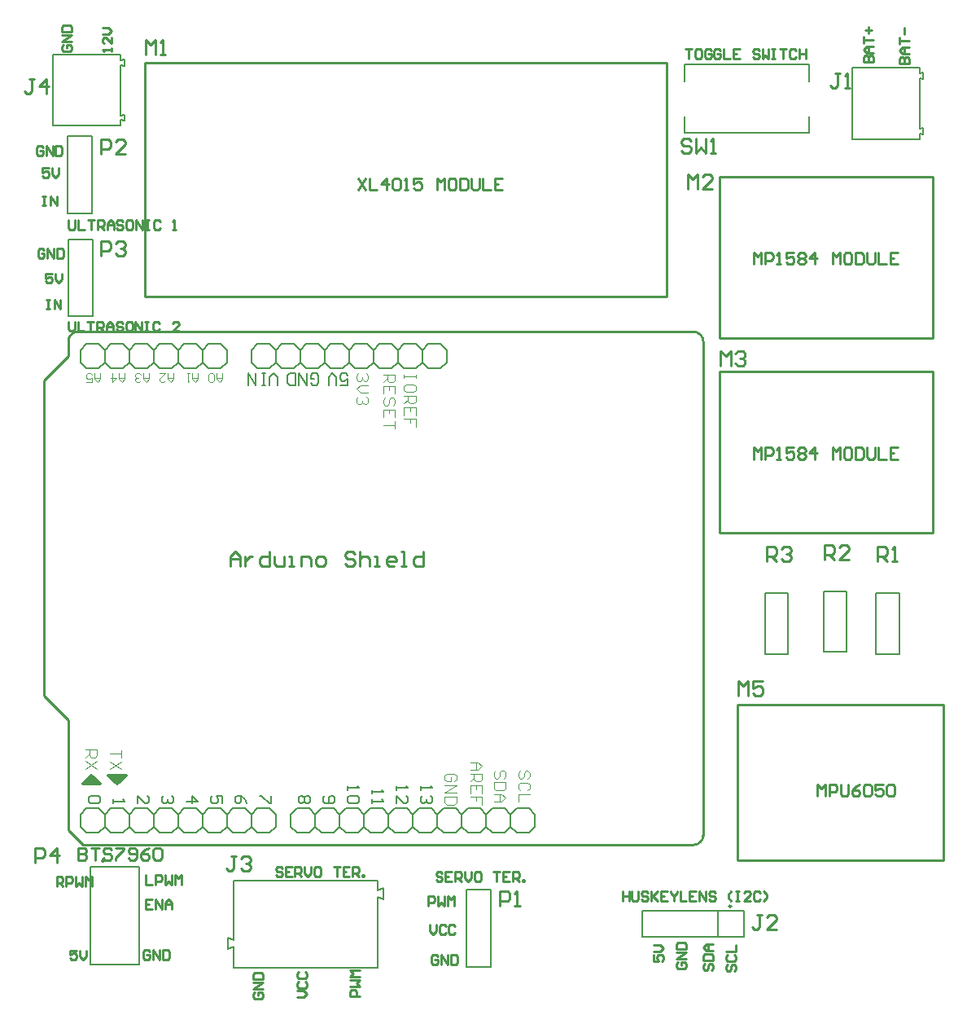
<source format=gto>
G04*
G04 #@! TF.GenerationSoftware,Altium Limited,Altium Designer,23.0.1 (38)*
G04*
G04 Layer_Color=65535*
%FSLAX42Y42*%
%MOMM*%
G71*
G04*
G04 #@! TF.SameCoordinates,5E3E34A1-7FEC-4214-86D8-9FB3ECCAC709*
G04*
G04*
G04 #@! TF.FilePolarity,Positive*
G04*
G01*
G75*
%ADD10C,0.25*%
%ADD11C,0.25*%
%ADD12C,0.20*%
%ADD13C,0.15*%
%ADD14C,0.30*%
%ADD15C,0.15*%
%ADD16C,0.10*%
%ADD17C,0.12*%
D10*
X9831Y6138D02*
G03*
X9831Y6138I-12J0D01*
G01*
X3308Y6611D02*
G03*
X3308Y6611I-12J0D01*
G01*
D11*
X3036Y12109D02*
G03*
X2937Y12007I1J-100D01*
G01*
X9541D02*
G03*
X9439Y12109I-102J0D01*
G01*
Y6775D02*
G03*
X9541Y6874I1J100D01*
G01*
X9707Y10020D02*
X11930D01*
X9707Y11695D02*
X11930D01*
Y10020D02*
Y11695D01*
X9707Y10020D02*
Y11695D01*
Y12045D02*
X11930D01*
X9707Y13720D02*
X11930D01*
Y12045D02*
Y13720D01*
X9707Y12045D02*
Y13720D01*
X3729Y14902D02*
X9164D01*
X3729Y12476D02*
X9164D01*
X3729D02*
Y14902D01*
X9164Y12476D02*
Y14902D01*
X3089Y6775D02*
X9439D01*
X2937Y6927D02*
X3089Y6775D01*
X2937Y6927D02*
Y8070D01*
X2683Y8324D02*
Y11601D01*
X2937Y11855D01*
Y12007D01*
X3036Y12109D02*
X9439D01*
X9541Y6874D02*
Y12007D01*
X2683Y8324D02*
X2937Y8070D01*
X9897Y8235D02*
X12035D01*
X9897Y6615D02*
X12035D01*
Y8235D01*
X9897Y6615D02*
Y8235D01*
X2705Y12445D02*
X2739D01*
X2722D01*
Y12345D01*
X2705D01*
X2739D01*
X2789D02*
Y12445D01*
X2855Y12345D01*
Y12445D01*
X2670Y13520D02*
X2704D01*
X2687D01*
Y13420D01*
X2670D01*
X2704D01*
X2754D02*
Y13520D01*
X2820Y13420D01*
Y13520D01*
X3812Y6210D02*
X3745D01*
Y6110D01*
X3812D01*
X3745Y6160D02*
X3779D01*
X3845Y6110D02*
Y6210D01*
X3912Y6110D01*
Y6210D01*
X3945Y6110D02*
Y6177D01*
X3979Y6210D01*
X4012Y6177D01*
Y6110D01*
Y6160D01*
X3945D01*
X3745Y6465D02*
Y6365D01*
X3812D01*
X3845D02*
Y6465D01*
X3895D01*
X3912Y6449D01*
Y6415D01*
X3895Y6399D01*
X3845D01*
X3945Y6465D02*
Y6365D01*
X3979Y6399D01*
X4012Y6365D01*
Y6465D01*
X4045Y6365D02*
Y6465D01*
X4079Y6432D01*
X4112Y6465D01*
Y6365D01*
X2815Y6345D02*
Y6445D01*
X2865D01*
X2882Y6429D01*
Y6395D01*
X2865Y6379D01*
X2815D01*
X2849D02*
X2882Y6345D01*
X2915D02*
Y6445D01*
X2965D01*
X2982Y6429D01*
Y6395D01*
X2965Y6379D01*
X2915D01*
X3015Y6445D02*
Y6345D01*
X3049Y6379D01*
X3082Y6345D01*
Y6445D01*
X3115Y6345D02*
Y6445D01*
X3149Y6412D01*
X3182Y6445D01*
Y6345D01*
X5315Y5190D02*
X5381D01*
X5415Y5224D01*
X5381Y5257D01*
X5315D01*
X5331Y5357D02*
X5315Y5340D01*
Y5307D01*
X5331Y5290D01*
X5398D01*
X5415Y5307D01*
Y5340D01*
X5398Y5357D01*
X5331Y5457D02*
X5315Y5440D01*
Y5407D01*
X5331Y5390D01*
X5398D01*
X5415Y5407D01*
Y5440D01*
X5398Y5457D01*
X5965Y5205D02*
X5865D01*
Y5255D01*
X5881Y5272D01*
X5915D01*
X5931Y5255D01*
Y5205D01*
X5865Y5305D02*
X5965D01*
X5931Y5339D01*
X5965Y5372D01*
X5865D01*
X5965Y5405D02*
X5865D01*
X5898Y5439D01*
X5865Y5472D01*
X5965D01*
X6680Y6140D02*
Y6240D01*
X6730D01*
X6747Y6224D01*
Y6190D01*
X6730Y6174D01*
X6680D01*
X6780Y6240D02*
Y6140D01*
X6814Y6174D01*
X6847Y6140D01*
Y6240D01*
X6880Y6140D02*
Y6240D01*
X6914Y6207D01*
X6947Y6240D01*
Y6140D01*
X6695Y5945D02*
Y5879D01*
X6729Y5845D01*
X6762Y5879D01*
Y5945D01*
X6862Y5929D02*
X6845Y5945D01*
X6812D01*
X6795Y5929D01*
Y5862D01*
X6812Y5845D01*
X6845D01*
X6862Y5862D01*
X6962Y5929D02*
X6945Y5945D01*
X6912D01*
X6895Y5929D01*
Y5862D01*
X6912Y5845D01*
X6945D01*
X6962Y5862D01*
X9796Y5532D02*
X9780Y5515D01*
Y5482D01*
X9796Y5465D01*
X9813D01*
X9830Y5482D01*
Y5515D01*
X9846Y5532D01*
X9863D01*
X9880Y5515D01*
Y5482D01*
X9863Y5465D01*
X9796Y5632D02*
X9780Y5615D01*
Y5582D01*
X9796Y5565D01*
X9863D01*
X9880Y5582D01*
Y5615D01*
X9863Y5632D01*
X9780Y5665D02*
X9880D01*
Y5732D01*
X9561Y5542D02*
X9545Y5525D01*
Y5492D01*
X9561Y5475D01*
X9578D01*
X9595Y5492D01*
Y5525D01*
X9611Y5542D01*
X9628D01*
X9645Y5525D01*
Y5492D01*
X9628Y5475D01*
X9545Y5575D02*
X9645D01*
Y5625D01*
X9628Y5642D01*
X9561D01*
X9545Y5625D01*
Y5575D01*
X9645Y5675D02*
X9578D01*
X9545Y5709D01*
X9578Y5742D01*
X9645D01*
X9595D01*
Y5675D01*
X9025Y5637D02*
Y5570D01*
X9075D01*
X9058Y5604D01*
Y5620D01*
X9075Y5637D01*
X9108D01*
X9125Y5620D01*
Y5587D01*
X9108Y5570D01*
X9025Y5670D02*
X9091D01*
X9125Y5704D01*
X9091Y5737D01*
X9025D01*
X3022Y5680D02*
X2955D01*
Y5630D01*
X2989Y5647D01*
X3005D01*
X3022Y5630D01*
Y5597D01*
X3005Y5580D01*
X2972D01*
X2955Y5597D01*
X3055Y5680D02*
Y5614D01*
X3089Y5580D01*
X3122Y5614D01*
Y5680D01*
X2767Y12715D02*
X2700D01*
Y12665D01*
X2734Y12682D01*
X2750D01*
X2767Y12665D01*
Y12632D01*
X2750Y12615D01*
X2717D01*
X2700Y12632D01*
X2800Y12715D02*
Y12649D01*
X2834Y12615D01*
X2867Y12649D01*
Y12715D01*
X2732Y13810D02*
X2665D01*
Y13760D01*
X2699Y13777D01*
X2715D01*
X2732Y13760D01*
Y13727D01*
X2715Y13710D01*
X2682D01*
X2665Y13727D01*
X2765Y13810D02*
Y13744D01*
X2799Y13710D01*
X2832Y13744D01*
Y13810D01*
X9276Y5557D02*
X9260Y5540D01*
Y5507D01*
X9276Y5490D01*
X9343D01*
X9360Y5507D01*
Y5540D01*
X9343Y5557D01*
X9310D01*
Y5524D01*
X9360Y5590D02*
X9260D01*
X9360Y5657D01*
X9260D01*
Y5690D02*
X9360D01*
Y5740D01*
X9343Y5757D01*
X9276D01*
X9260Y5740D01*
Y5690D01*
X10150Y6051D02*
X10099D01*
X10124D01*
Y5924D01*
X10099Y5899D01*
X10073D01*
X10048Y5924D01*
X10302Y5899D02*
X10200D01*
X10302Y6000D01*
Y6026D01*
X10277Y6051D01*
X10226D01*
X10200Y6026D01*
X6782Y5614D02*
X6765Y5630D01*
X6732D01*
X6715Y5614D01*
Y5547D01*
X6732Y5530D01*
X6765D01*
X6782Y5547D01*
Y5580D01*
X6749D01*
X6815Y5530D02*
Y5630D01*
X6882Y5530D01*
Y5630D01*
X6915D02*
Y5530D01*
X6965D01*
X6982Y5547D01*
Y5614D01*
X6965Y5630D01*
X6915D01*
X4876Y5247D02*
X4860Y5230D01*
Y5197D01*
X4876Y5180D01*
X4943D01*
X4960Y5197D01*
Y5230D01*
X4943Y5247D01*
X4910D01*
Y5214D01*
X4960Y5280D02*
X4860D01*
X4960Y5347D01*
X4860D01*
Y5380D02*
X4960D01*
Y5430D01*
X4943Y5447D01*
X4876D01*
X4860Y5430D01*
Y5380D01*
X3787Y5669D02*
X3770Y5685D01*
X3737D01*
X3720Y5669D01*
Y5602D01*
X3737Y5585D01*
X3770D01*
X3787Y5602D01*
Y5635D01*
X3754D01*
X3820Y5585D02*
Y5685D01*
X3887Y5585D01*
Y5685D01*
X3920D02*
Y5585D01*
X3970D01*
X3987Y5602D01*
Y5669D01*
X3970Y5685D01*
X3920D01*
X2687Y12959D02*
X2670Y12975D01*
X2637D01*
X2620Y12959D01*
Y12892D01*
X2637Y12875D01*
X2670D01*
X2687Y12892D01*
Y12925D01*
X2654D01*
X2720Y12875D02*
Y12975D01*
X2787Y12875D01*
Y12975D01*
X2820D02*
Y12875D01*
X2870D01*
X2887Y12892D01*
Y12959D01*
X2870Y12975D01*
X2820D01*
X2672Y14024D02*
X2655Y14040D01*
X2622D01*
X2605Y14024D01*
Y13957D01*
X2622Y13940D01*
X2655D01*
X2672Y13957D01*
Y13990D01*
X2639D01*
X2705Y13940D02*
Y14040D01*
X2772Y13940D01*
Y14040D01*
X2805D02*
Y13940D01*
X2855D01*
X2872Y13957D01*
Y14024D01*
X2855Y14040D01*
X2805D01*
X2935Y12215D02*
Y12132D01*
X2952Y12115D01*
X2985D01*
X3002Y12132D01*
Y12215D01*
X3035D02*
Y12115D01*
X3102D01*
X3135Y12215D02*
X3202D01*
X3169D01*
Y12115D01*
X3235D02*
Y12215D01*
X3285D01*
X3302Y12199D01*
Y12165D01*
X3285Y12149D01*
X3235D01*
X3269D02*
X3302Y12115D01*
X3335D02*
Y12182D01*
X3369Y12215D01*
X3402Y12182D01*
Y12115D01*
Y12165D01*
X3335D01*
X3502Y12199D02*
X3485Y12215D01*
X3452D01*
X3435Y12199D01*
Y12182D01*
X3452Y12165D01*
X3485D01*
X3502Y12149D01*
Y12132D01*
X3485Y12115D01*
X3452D01*
X3435Y12132D01*
X3585Y12215D02*
X3552D01*
X3535Y12199D01*
Y12132D01*
X3552Y12115D01*
X3585D01*
X3602Y12132D01*
Y12199D01*
X3585Y12215D01*
X3635Y12115D02*
Y12215D01*
X3702Y12115D01*
Y12215D01*
X3735D02*
X3768D01*
X3752D01*
Y12115D01*
X3735D01*
X3768D01*
X3885Y12199D02*
X3868Y12215D01*
X3835D01*
X3818Y12199D01*
Y12132D01*
X3835Y12115D01*
X3868D01*
X3885Y12132D01*
X4085Y12115D02*
X4018D01*
X4085Y12182D01*
Y12199D01*
X4068Y12215D01*
X4035D01*
X4018Y12199D01*
X3278Y12899D02*
Y13051D01*
X3354D01*
X3380Y13026D01*
Y12975D01*
X3354Y12950D01*
X3278D01*
X3430Y13026D02*
X3456Y13051D01*
X3507D01*
X3532Y13026D01*
Y13000D01*
X3507Y12975D01*
X3481D01*
X3507D01*
X3532Y12950D01*
Y12924D01*
X3507Y12899D01*
X3456D01*
X3430Y12924D01*
X11585Y14900D02*
X11685D01*
Y14950D01*
X11668Y14967D01*
X11651D01*
X11635Y14950D01*
Y14900D01*
Y14950D01*
X11618Y14967D01*
X11601D01*
X11585Y14950D01*
Y14900D01*
X11685Y15000D02*
X11618D01*
X11585Y15034D01*
X11618Y15067D01*
X11685D01*
X11635D01*
Y15000D01*
X11585Y15100D02*
Y15167D01*
Y15134D01*
X11685D01*
X11635Y15200D02*
Y15267D01*
X11210Y14910D02*
X11310D01*
Y14960D01*
X11293Y14977D01*
X11276D01*
X11260Y14960D01*
Y14910D01*
Y14960D01*
X11243Y14977D01*
X11226D01*
X11210Y14960D01*
Y14910D01*
X11310Y15010D02*
X11243D01*
X11210Y15044D01*
X11243Y15077D01*
X11310D01*
X11260D01*
Y15010D01*
X11210Y15110D02*
Y15177D01*
Y15144D01*
X11310D01*
X11260Y15210D02*
Y15277D01*
X11226Y15244D02*
X11293D01*
X10960Y14796D02*
X10909D01*
X10935D01*
Y14669D01*
X10909Y14644D01*
X10884D01*
X10858Y14669D01*
X11011Y14644D02*
X11062D01*
X11036D01*
Y14796D01*
X11011Y14771D01*
X9723Y11759D02*
Y11911D01*
X9774Y11860D01*
X9825Y11911D01*
Y11759D01*
X9875Y11886D02*
X9901Y11911D01*
X9952D01*
X9977Y11886D01*
Y11860D01*
X9952Y11835D01*
X9926D01*
X9952D01*
X9977Y11810D01*
Y11784D01*
X9952Y11759D01*
X9901D01*
X9875Y11784D01*
X10065Y10785D02*
Y10905D01*
X10105Y10865D01*
X10145Y10905D01*
Y10785D01*
X10185D02*
Y10905D01*
X10245D01*
X10265Y10885D01*
Y10845D01*
X10245Y10825D01*
X10185D01*
X10305Y10785D02*
X10345D01*
X10325D01*
Y10905D01*
X10305Y10885D01*
X10485Y10905D02*
X10405D01*
Y10845D01*
X10445Y10865D01*
X10465D01*
X10485Y10845D01*
Y10805D01*
X10465Y10785D01*
X10425D01*
X10405Y10805D01*
X10525Y10885D02*
X10545Y10905D01*
X10585D01*
X10605Y10885D01*
Y10865D01*
X10585Y10845D01*
X10605Y10825D01*
Y10805D01*
X10585Y10785D01*
X10545D01*
X10525Y10805D01*
Y10825D01*
X10545Y10845D01*
X10525Y10865D01*
Y10885D01*
X10545Y10845D02*
X10585D01*
X10705Y10785D02*
Y10905D01*
X10645Y10845D01*
X10725D01*
X10885Y10785D02*
Y10905D01*
X10925Y10865D01*
X10965Y10905D01*
Y10785D01*
X11065Y10905D02*
X11025D01*
X11005Y10885D01*
Y10805D01*
X11025Y10785D01*
X11065D01*
X11085Y10805D01*
Y10885D01*
X11065Y10905D01*
X11125D02*
Y10785D01*
X11185D01*
X11205Y10805D01*
Y10885D01*
X11185Y10905D01*
X11125D01*
X11245D02*
Y10805D01*
X11265Y10785D01*
X11305D01*
X11325Y10805D01*
Y10905D01*
X11365D02*
Y10785D01*
X11445D01*
X11565Y10905D02*
X11485D01*
Y10785D01*
X11565D01*
X11485Y10845D02*
X11525D01*
X9383Y13589D02*
Y13741D01*
X9434Y13690D01*
X9485Y13741D01*
Y13589D01*
X9637D02*
X9535D01*
X9637Y13690D01*
Y13716D01*
X9612Y13741D01*
X9561D01*
X9535Y13716D01*
X10065Y12810D02*
Y12930D01*
X10105Y12890D01*
X10145Y12930D01*
Y12810D01*
X10185D02*
Y12930D01*
X10245D01*
X10265Y12910D01*
Y12870D01*
X10245Y12850D01*
X10185D01*
X10305Y12810D02*
X10345D01*
X10325D01*
Y12930D01*
X10305Y12910D01*
X10485Y12930D02*
X10405D01*
Y12870D01*
X10445Y12890D01*
X10465D01*
X10485Y12870D01*
Y12830D01*
X10465Y12810D01*
X10425D01*
X10405Y12830D01*
X10525Y12910D02*
X10545Y12930D01*
X10585D01*
X10605Y12910D01*
Y12890D01*
X10585Y12870D01*
X10605Y12850D01*
Y12830D01*
X10585Y12810D01*
X10545D01*
X10525Y12830D01*
Y12850D01*
X10545Y12870D01*
X10525Y12890D01*
Y12910D01*
X10545Y12870D02*
X10585D01*
X10705Y12810D02*
Y12930D01*
X10645Y12870D01*
X10725D01*
X10885Y12810D02*
Y12930D01*
X10925Y12890D01*
X10965Y12930D01*
Y12810D01*
X11065Y12930D02*
X11025D01*
X11005Y12910D01*
Y12830D01*
X11025Y12810D01*
X11065D01*
X11085Y12830D01*
Y12910D01*
X11065Y12930D01*
X11125D02*
Y12810D01*
X11185D01*
X11205Y12830D01*
Y12910D01*
X11185Y12930D01*
X11125D01*
X11245D02*
Y12830D01*
X11265Y12810D01*
X11305D01*
X11325Y12830D01*
Y12930D01*
X11365D02*
Y12810D01*
X11445D01*
X11565Y12930D02*
X11485D01*
Y12810D01*
X11565D01*
X11485Y12870D02*
X11525D01*
X9414Y14096D02*
X9388Y14121D01*
X9338D01*
X9312Y14096D01*
Y14070D01*
X9338Y14045D01*
X9388D01*
X9414Y14020D01*
Y13994D01*
X9388Y13969D01*
X9338D01*
X9312Y13994D01*
X9465Y14121D02*
Y13969D01*
X9515Y14020D01*
X9566Y13969D01*
Y14121D01*
X9617Y13969D02*
X9668D01*
X9642D01*
Y14121D01*
X9617Y14096D01*
X9355Y15050D02*
X9422D01*
X9389D01*
Y14950D01*
X9505Y15050D02*
X9472D01*
X9455Y15034D01*
Y14967D01*
X9472Y14950D01*
X9505D01*
X9522Y14967D01*
Y15034D01*
X9505Y15050D01*
X9622Y15034D02*
X9605Y15050D01*
X9572D01*
X9555Y15034D01*
Y14967D01*
X9572Y14950D01*
X9605D01*
X9622Y14967D01*
Y15000D01*
X9589D01*
X9722Y15034D02*
X9705Y15050D01*
X9672D01*
X9655Y15034D01*
Y14967D01*
X9672Y14950D01*
X9705D01*
X9722Y14967D01*
Y15000D01*
X9689D01*
X9755Y15050D02*
Y14950D01*
X9822D01*
X9922Y15050D02*
X9855D01*
Y14950D01*
X9922D01*
X9855Y15000D02*
X9889D01*
X10122Y15034D02*
X10105Y15050D01*
X10072D01*
X10055Y15034D01*
Y15017D01*
X10072Y15000D01*
X10105D01*
X10122Y14984D01*
Y14967D01*
X10105Y14950D01*
X10072D01*
X10055Y14967D01*
X10155Y15050D02*
Y14950D01*
X10188Y14984D01*
X10222Y14950D01*
Y15050D01*
X10255D02*
X10288D01*
X10272D01*
Y14950D01*
X10255D01*
X10288D01*
X10338Y15050D02*
X10405D01*
X10372D01*
Y14950D01*
X10505Y15034D02*
X10488Y15050D01*
X10455D01*
X10438Y15034D01*
Y14967D01*
X10455Y14950D01*
X10488D01*
X10505Y14967D01*
X10538Y15050D02*
Y14950D01*
Y15000D01*
X10605D01*
Y15050D01*
Y14950D01*
X3741Y14991D02*
Y15143D01*
X3792Y15093D01*
X3843Y15143D01*
Y14991D01*
X3894D02*
X3945D01*
X3919D01*
Y15143D01*
X3894Y15118D01*
X5950Y13705D02*
X6030Y13585D01*
Y13705D02*
X5950Y13585D01*
X6070Y13705D02*
Y13585D01*
X6150D01*
X6250D02*
Y13705D01*
X6190Y13645D01*
X6270D01*
X6310Y13685D02*
X6330Y13705D01*
X6370D01*
X6390Y13685D01*
Y13605D01*
X6370Y13585D01*
X6330D01*
X6310Y13605D01*
Y13685D01*
X6430Y13585D02*
X6470D01*
X6450D01*
Y13705D01*
X6430Y13685D01*
X6610Y13705D02*
X6530D01*
Y13645D01*
X6570Y13665D01*
X6590D01*
X6610Y13645D01*
Y13605D01*
X6590Y13585D01*
X6550D01*
X6530Y13605D01*
X6770Y13585D02*
Y13705D01*
X6810Y13665D01*
X6850Y13705D01*
Y13585D01*
X6950Y13705D02*
X6910D01*
X6890Y13685D01*
Y13605D01*
X6910Y13585D01*
X6950D01*
X6970Y13605D01*
Y13685D01*
X6950Y13705D01*
X7010D02*
Y13585D01*
X7070D01*
X7090Y13605D01*
Y13685D01*
X7070Y13705D01*
X7010D01*
X7130D02*
Y13605D01*
X7150Y13585D01*
X7190D01*
X7210Y13605D01*
Y13705D01*
X7250D02*
Y13585D01*
X7330D01*
X7450Y13705D02*
X7370D01*
Y13585D01*
X7450D01*
X7370Y13645D02*
X7410D01*
X4620Y9675D02*
Y9777D01*
X4671Y9827D01*
X4722Y9777D01*
Y9675D01*
Y9751D01*
X4620D01*
X4772Y9777D02*
Y9675D01*
Y9726D01*
X4798Y9751D01*
X4823Y9777D01*
X4849D01*
X5026Y9827D02*
Y9675D01*
X4950D01*
X4925Y9700D01*
Y9751D01*
X4950Y9777D01*
X5026D01*
X5077D02*
Y9700D01*
X5102Y9675D01*
X5179D01*
Y9777D01*
X5229Y9675D02*
X5280D01*
X5255D01*
Y9777D01*
X5229D01*
X5356Y9675D02*
Y9777D01*
X5433D01*
X5458Y9751D01*
Y9675D01*
X5534D02*
X5585D01*
X5610Y9700D01*
Y9751D01*
X5585Y9777D01*
X5534D01*
X5509Y9751D01*
Y9700D01*
X5534Y9675D01*
X5915Y9802D02*
X5890Y9827D01*
X5839D01*
X5813Y9802D01*
Y9777D01*
X5839Y9751D01*
X5890D01*
X5915Y9726D01*
Y9700D01*
X5890Y9675D01*
X5839D01*
X5813Y9700D01*
X5966Y9827D02*
Y9675D01*
Y9751D01*
X5991Y9777D01*
X6042D01*
X6067Y9751D01*
Y9675D01*
X6118D02*
X6169D01*
X6144D01*
Y9777D01*
X6118D01*
X6321Y9675D02*
X6270D01*
X6245Y9700D01*
Y9751D01*
X6270Y9777D01*
X6321D01*
X6347Y9751D01*
Y9726D01*
X6245D01*
X6397Y9675D02*
X6448D01*
X6423D01*
Y9827D01*
X6397D01*
X6626D02*
Y9675D01*
X6550D01*
X6524Y9700D01*
Y9751D01*
X6550Y9777D01*
X6626D01*
X2886Y15092D02*
X2870Y15075D01*
Y15042D01*
X2886Y15025D01*
X2953D01*
X2970Y15042D01*
Y15075D01*
X2953Y15092D01*
X2920D01*
Y15059D01*
X2970Y15125D02*
X2870D01*
X2970Y15192D01*
X2870D01*
Y15225D02*
X2970D01*
Y15275D01*
X2953Y15292D01*
X2886D01*
X2870Y15275D01*
Y15225D01*
X3390Y15020D02*
Y15054D01*
Y15037D01*
X3290D01*
X3306Y15020D01*
X3390Y15170D02*
Y15104D01*
X3323Y15170D01*
X3306D01*
X3290Y15154D01*
Y15120D01*
X3306Y15104D01*
X3290Y15204D02*
X3356D01*
X3390Y15237D01*
X3356Y15270D01*
X3290D01*
X2580Y14736D02*
X2529D01*
X2554D01*
Y14609D01*
X2529Y14584D01*
X2503D01*
X2478Y14609D01*
X2707Y14584D02*
Y14736D01*
X2630Y14660D01*
X2732D01*
X2940Y13270D02*
Y13187D01*
X2957Y13170D01*
X2990D01*
X3007Y13187D01*
Y13270D01*
X3040D02*
Y13170D01*
X3107D01*
X3140Y13270D02*
X3207D01*
X3174D01*
Y13170D01*
X3240D02*
Y13270D01*
X3290D01*
X3307Y13254D01*
Y13220D01*
X3290Y13204D01*
X3240D01*
X3274D02*
X3307Y13170D01*
X3340D02*
Y13237D01*
X3374Y13270D01*
X3407Y13237D01*
Y13170D01*
Y13220D01*
X3340D01*
X3507Y13254D02*
X3490Y13270D01*
X3457D01*
X3440Y13254D01*
Y13237D01*
X3457Y13220D01*
X3490D01*
X3507Y13204D01*
Y13187D01*
X3490Y13170D01*
X3457D01*
X3440Y13187D01*
X3590Y13270D02*
X3557D01*
X3540Y13254D01*
Y13187D01*
X3557Y13170D01*
X3590D01*
X3607Y13187D01*
Y13254D01*
X3590Y13270D01*
X3640Y13170D02*
Y13270D01*
X3707Y13170D01*
Y13270D01*
X3740D02*
X3773D01*
X3757D01*
Y13170D01*
X3740D01*
X3773D01*
X3890Y13254D02*
X3873Y13270D01*
X3840D01*
X3823Y13254D01*
Y13187D01*
X3840Y13170D01*
X3873D01*
X3890Y13187D01*
X4023Y13170D02*
X4057D01*
X4040D01*
Y13270D01*
X4023Y13254D01*
X8700Y6295D02*
Y6195D01*
Y6245D01*
X8767D01*
Y6295D01*
Y6195D01*
X8800Y6295D02*
Y6212D01*
X8817Y6195D01*
X8850D01*
X8867Y6212D01*
Y6295D01*
X8967Y6279D02*
X8950Y6295D01*
X8917D01*
X8900Y6279D01*
Y6262D01*
X8917Y6245D01*
X8950D01*
X8967Y6229D01*
Y6212D01*
X8950Y6195D01*
X8917D01*
X8900Y6212D01*
X9000Y6295D02*
Y6195D01*
Y6229D01*
X9067Y6295D01*
X9017Y6245D01*
X9067Y6195D01*
X9167Y6295D02*
X9100D01*
Y6195D01*
X9167D01*
X9100Y6245D02*
X9134D01*
X9200Y6295D02*
Y6279D01*
X9234Y6245D01*
X9267Y6279D01*
Y6295D01*
X9234Y6245D02*
Y6195D01*
X9300Y6295D02*
Y6195D01*
X9367D01*
X9467Y6295D02*
X9400D01*
Y6195D01*
X9467D01*
X9400Y6245D02*
X9433D01*
X9500Y6195D02*
Y6295D01*
X9567Y6195D01*
Y6295D01*
X9667Y6279D02*
X9650Y6295D01*
X9617D01*
X9600Y6279D01*
Y6262D01*
X9617Y6245D01*
X9650D01*
X9667Y6229D01*
Y6212D01*
X9650Y6195D01*
X9617D01*
X9600Y6212D01*
X9833Y6195D02*
X9800Y6229D01*
Y6262D01*
X9833Y6295D01*
X9883D02*
X9917D01*
X9900D01*
Y6195D01*
X9883D01*
X9917D01*
X10033D02*
X9967D01*
X10033Y6262D01*
Y6279D01*
X10017Y6295D01*
X9983D01*
X9967Y6279D01*
X10133D02*
X10117Y6295D01*
X10083D01*
X10067Y6279D01*
Y6212D01*
X10083Y6195D01*
X10117D01*
X10133Y6212D01*
X10167Y6195D02*
X10200Y6229D01*
Y6262D01*
X10167Y6295D01*
X6827Y6479D02*
X6810Y6495D01*
X6777D01*
X6760Y6479D01*
Y6462D01*
X6777Y6445D01*
X6810D01*
X6827Y6429D01*
Y6412D01*
X6810Y6395D01*
X6777D01*
X6760Y6412D01*
X6927Y6495D02*
X6860D01*
Y6395D01*
X6927D01*
X6860Y6445D02*
X6894D01*
X6960Y6395D02*
Y6495D01*
X7010D01*
X7027Y6479D01*
Y6445D01*
X7010Y6429D01*
X6960D01*
X6994D02*
X7027Y6395D01*
X7060Y6495D02*
Y6429D01*
X7094Y6395D01*
X7127Y6429D01*
Y6495D01*
X7210D02*
X7177D01*
X7160Y6479D01*
Y6412D01*
X7177Y6395D01*
X7210D01*
X7227Y6412D01*
Y6479D01*
X7210Y6495D01*
X7360D02*
X7427D01*
X7394D01*
Y6395D01*
X7527Y6495D02*
X7460D01*
Y6395D01*
X7527D01*
X7460Y6445D02*
X7493D01*
X7560Y6395D02*
Y6495D01*
X7610D01*
X7627Y6479D01*
Y6445D01*
X7610Y6429D01*
X7560D01*
X7593D02*
X7627Y6395D01*
X7660D02*
Y6412D01*
X7677D01*
Y6395D01*
X7660D01*
X5162Y6534D02*
X5145Y6550D01*
X5112D01*
X5095Y6534D01*
Y6517D01*
X5112Y6500D01*
X5145D01*
X5162Y6484D01*
Y6467D01*
X5145Y6450D01*
X5112D01*
X5095Y6467D01*
X5262Y6550D02*
X5195D01*
Y6450D01*
X5262D01*
X5195Y6500D02*
X5229D01*
X5295Y6450D02*
Y6550D01*
X5345D01*
X5362Y6534D01*
Y6500D01*
X5345Y6484D01*
X5295D01*
X5329D02*
X5362Y6450D01*
X5395Y6550D02*
Y6484D01*
X5429Y6450D01*
X5462Y6484D01*
Y6550D01*
X5545D02*
X5512D01*
X5495Y6534D01*
Y6467D01*
X5512Y6450D01*
X5545D01*
X5562Y6467D01*
Y6534D01*
X5545Y6550D01*
X5695D02*
X5762D01*
X5729D01*
Y6450D01*
X5862Y6550D02*
X5795D01*
Y6450D01*
X5862D01*
X5795Y6500D02*
X5828D01*
X5895Y6450D02*
Y6550D01*
X5945D01*
X5962Y6534D01*
Y6500D01*
X5945Y6484D01*
X5895D01*
X5928D02*
X5962Y6450D01*
X5995D02*
Y6467D01*
X6012D01*
Y6450D01*
X5995D01*
X3040Y6745D02*
Y6615D01*
X3105D01*
X3127Y6637D01*
Y6659D01*
X3105Y6680D01*
X3040D01*
X3105D01*
X3127Y6702D01*
Y6724D01*
X3105Y6745D01*
X3040D01*
X3170D02*
X3257D01*
X3214D01*
Y6615D01*
X3387Y6724D02*
X3365Y6745D01*
X3322D01*
X3300Y6724D01*
Y6702D01*
X3322Y6680D01*
X3365D01*
X3387Y6659D01*
Y6637D01*
X3365Y6615D01*
X3322D01*
X3300Y6637D01*
X3430Y6745D02*
X3517D01*
Y6724D01*
X3430Y6637D01*
Y6615D01*
X3560Y6637D02*
X3582Y6615D01*
X3625D01*
X3647Y6637D01*
Y6724D01*
X3625Y6745D01*
X3582D01*
X3560Y6724D01*
Y6702D01*
X3582Y6680D01*
X3647D01*
X3777Y6745D02*
X3734Y6724D01*
X3690Y6680D01*
Y6637D01*
X3712Y6615D01*
X3755D01*
X3777Y6637D01*
Y6659D01*
X3755Y6680D01*
X3690D01*
X3820Y6724D02*
X3842Y6745D01*
X3885D01*
X3907Y6724D01*
Y6637D01*
X3885Y6615D01*
X3842D01*
X3820Y6637D01*
Y6724D01*
X3273Y13954D02*
Y14106D01*
X3349D01*
X3375Y14081D01*
Y14030D01*
X3349Y14005D01*
X3273D01*
X3527Y13954D02*
X3425D01*
X3527Y14055D01*
Y14081D01*
X3502Y14106D01*
X3451D01*
X3425Y14081D01*
X10730Y7285D02*
Y7405D01*
X10770Y7365D01*
X10810Y7405D01*
Y7285D01*
X10850D02*
Y7405D01*
X10910D01*
X10930Y7385D01*
Y7345D01*
X10910Y7325D01*
X10850D01*
X10970Y7405D02*
Y7305D01*
X10990Y7285D01*
X11030D01*
X11050Y7305D01*
Y7405D01*
X11170D02*
X11130Y7385D01*
X11090Y7345D01*
Y7305D01*
X11110Y7285D01*
X11150D01*
X11170Y7305D01*
Y7325D01*
X11150Y7345D01*
X11090D01*
X11210Y7385D02*
X11230Y7405D01*
X11270D01*
X11290Y7385D01*
Y7305D01*
X11270Y7285D01*
X11230D01*
X11210Y7305D01*
Y7385D01*
X11410Y7405D02*
X11330D01*
Y7345D01*
X11370Y7365D01*
X11390D01*
X11410Y7345D01*
Y7305D01*
X11390Y7285D01*
X11350D01*
X11330Y7305D01*
X11450Y7385D02*
X11470Y7405D01*
X11510D01*
X11530Y7385D01*
Y7305D01*
X11510Y7285D01*
X11470D01*
X11450Y7305D01*
Y7385D01*
X10198Y9721D02*
Y9873D01*
X10274D01*
X10300Y9848D01*
Y9797D01*
X10274Y9771D01*
X10198D01*
X10249D02*
X10300Y9721D01*
X10350Y9848D02*
X10376Y9873D01*
X10427D01*
X10452Y9848D01*
Y9822D01*
X10427Y9797D01*
X10401D01*
X10427D01*
X10452Y9771D01*
Y9746D01*
X10427Y9721D01*
X10376D01*
X10350Y9746D01*
X10803Y9741D02*
Y9893D01*
X10879D01*
X10904Y9868D01*
Y9817D01*
X10879Y9792D01*
X10803D01*
X10853D02*
X10904Y9741D01*
X11057D02*
X10955D01*
X11057Y9842D01*
Y9868D01*
X11031Y9893D01*
X10980D01*
X10955Y9868D01*
X11354Y9721D02*
Y9873D01*
X11430D01*
X11455Y9848D01*
Y9797D01*
X11430Y9771D01*
X11354D01*
X11405D02*
X11455Y9721D01*
X11506D02*
X11557D01*
X11532D01*
Y9873D01*
X11506Y9848D01*
X2588Y6589D02*
Y6741D01*
X2664D01*
X2690Y6716D01*
Y6665D01*
X2664Y6640D01*
X2588D01*
X2817Y6589D02*
Y6741D01*
X2740Y6665D01*
X2842D01*
X7428Y6144D02*
Y6296D01*
X7505D01*
X7530Y6271D01*
Y6220D01*
X7505Y6195D01*
X7428D01*
X7581Y6144D02*
X7632D01*
X7606D01*
Y6296D01*
X7581Y6271D01*
X9909Y8324D02*
Y8476D01*
X9959Y8425D01*
X10010Y8476D01*
Y8324D01*
X10162Y8476D02*
X10061D01*
Y8400D01*
X10112Y8425D01*
X10137D01*
X10162Y8400D01*
Y8349D01*
X10137Y8324D01*
X10086D01*
X10061Y8349D01*
X4680Y6656D02*
X4629D01*
X4654D01*
Y6529D01*
X4629Y6504D01*
X4603D01*
X4578Y6529D01*
X4730Y6631D02*
X4756Y6656D01*
X4807D01*
X4832Y6631D01*
Y6605D01*
X4807Y6580D01*
X4781D01*
X4807D01*
X4832Y6555D01*
Y6529D01*
X4807Y6504D01*
X4756D01*
X4730Y6529D01*
D12*
X8910Y5822D02*
X9964D01*
X8910D02*
Y6088D01*
X9964D01*
Y5822D02*
Y6088D01*
X9691Y5822D02*
Y6088D01*
X11790Y14218D02*
Y14742D01*
Y14110D02*
Y14168D01*
X11830Y14160D02*
Y14226D01*
X11790Y14168D02*
X11830Y14160D01*
X11790Y14218D02*
X11830Y14226D01*
X11790Y14792D02*
Y14850D01*
Y14742D02*
X11830Y14735D01*
X11790Y14792D02*
X11830Y14799D01*
Y14735D02*
Y14799D01*
X11090Y14110D02*
Y14850D01*
X11790D01*
X11090Y14110D02*
X11790D01*
X9347Y14886D02*
X10643D01*
X9347Y14174D02*
Y14350D01*
Y14710D02*
Y14886D01*
Y14174D02*
X10643D01*
Y14350D01*
Y14710D02*
Y14886D01*
X3187Y12269D02*
Y13069D01*
X2933D02*
X3187D01*
X2933Y12269D02*
Y13069D01*
Y12269D02*
X3187D01*
X3480Y14358D02*
Y14882D01*
Y14250D02*
Y14308D01*
X3520Y14301D02*
Y14365D01*
X3480Y14308D02*
X3520Y14301D01*
X3480Y14358D02*
X3520Y14365D01*
X3480Y14932D02*
Y14990D01*
Y14882D02*
X3520Y14874D01*
X3480Y14932D02*
X3520Y14940D01*
Y14874D02*
Y14940D01*
X2780Y14250D02*
Y14990D01*
X3480D01*
X2780Y14250D02*
X3480D01*
X3182Y13340D02*
Y14140D01*
X2928D02*
X3182D01*
X2928Y13340D02*
Y14140D01*
Y13340D02*
X3182D01*
X4655Y6400D02*
X6155D01*
X4655Y5500D02*
X6155D01*
X4655D02*
Y5715D01*
Y5785D02*
Y6400D01*
X4595Y5690D02*
Y5810D01*
Y5690D02*
X4655Y5715D01*
X4595Y5810D02*
X4655Y5785D01*
X6155Y6235D02*
X6215Y6210D01*
Y6330D01*
X6155Y6305D02*
X6215Y6330D01*
X6155Y6305D02*
Y6400D01*
Y5500D02*
Y6235D01*
X7078Y6309D02*
X7332D01*
Y5509D02*
Y6309D01*
X7078Y5509D02*
X7332D01*
X7078D02*
Y6309D01*
X3169Y5530D02*
X3677D01*
X3169D02*
Y6546D01*
X3677D01*
Y5530D02*
Y6546D01*
X11340Y8760D02*
X11580D01*
X11340D02*
Y9390D01*
X11580Y8760D02*
Y9390D01*
X11340D02*
X11580D01*
X10790Y8780D02*
X11030D01*
X10790D02*
Y9410D01*
X11030Y8780D02*
Y9410D01*
X10790D02*
X11030D01*
X10185Y8760D02*
X10425D01*
X10185D02*
Y9390D01*
X10425Y8760D02*
Y9390D01*
X10185D02*
X10425D01*
D13*
X4905Y6902D02*
X5032D01*
X4842Y6965D02*
X4905Y6902D01*
X4842Y7093D02*
X4905Y7156D01*
X5032Y6902D02*
X5096Y6965D01*
Y7093D01*
X5032Y7156D02*
X5096Y7093D01*
X4905Y7156D02*
X5032D01*
X3127Y6902D02*
X3254D01*
X3064Y6965D02*
X3127Y6902D01*
X3064Y7093D02*
X3127Y7156D01*
X3064Y6965D02*
Y7093D01*
X3318Y6965D02*
X3381Y6902D01*
X3508D01*
X3572Y6965D01*
Y7093D01*
X3508Y7156D02*
X3572Y7093D01*
X3381Y7156D02*
X3508D01*
X3318Y7093D02*
X3381Y7156D01*
X3254Y6902D02*
X3318Y6965D01*
Y7093D01*
X3254Y7156D02*
X3318Y7093D01*
X3127Y7156D02*
X3254D01*
X3889Y6902D02*
X4016D01*
X3826Y6965D02*
X3889Y6902D01*
X3826Y7093D02*
X3889Y7156D01*
X3572Y6965D02*
X3635Y6902D01*
X3762D01*
X3826Y6965D01*
Y7093D01*
X3762Y7156D02*
X3826Y7093D01*
X3635Y7156D02*
X3762D01*
X3572Y7093D02*
X3635Y7156D01*
X4080Y6965D02*
X4143Y6902D01*
X4270D01*
X4334Y6965D01*
Y7093D01*
X4270Y7156D02*
X4334Y7093D01*
X4143Y7156D02*
X4270D01*
X4080Y7093D02*
X4143Y7156D01*
X4016Y6902D02*
X4080Y6965D01*
Y7093D01*
X4016Y7156D02*
X4080Y7093D01*
X3889Y7156D02*
X4016D01*
X4651Y6902D02*
X4778D01*
X4588Y6965D02*
X4651Y6902D01*
X4588Y7093D02*
X4651Y7156D01*
X4334Y6965D02*
X4397Y6902D01*
X4524D01*
X4588Y6965D01*
Y7093D01*
X4524Y7156D02*
X4588Y7093D01*
X4397Y7156D02*
X4524D01*
X4334Y7093D02*
X4397Y7156D01*
X4778Y6902D02*
X4842Y6965D01*
Y7093D01*
X4778Y7156D02*
X4842Y7093D01*
X4651Y7156D02*
X4778D01*
X7598Y6902D02*
X7725D01*
X7534Y6965D02*
X7598Y6902D01*
X7534Y7093D02*
X7598Y7156D01*
X7725Y6902D02*
X7788Y6965D01*
Y7093D01*
X7725Y7156D02*
X7788Y7093D01*
X7598Y7156D02*
X7725D01*
X5312Y6902D02*
X5439D01*
X5248Y6965D02*
X5312Y6902D01*
X5248Y7093D02*
X5312Y7156D01*
X5248Y6965D02*
Y7093D01*
X5502Y6965D02*
X5566Y6902D01*
X5693D01*
X5756Y6965D01*
Y7093D01*
X5693Y7156D02*
X5756Y7093D01*
X5566Y7156D02*
X5693D01*
X5502Y7093D02*
X5566Y7156D01*
X5439Y6902D02*
X5502Y6965D01*
Y7093D01*
X5439Y7156D02*
X5502Y7093D01*
X5312Y7156D02*
X5439D01*
X6074Y6902D02*
X6201D01*
X6010Y6965D02*
X6074Y6902D01*
X6010Y7093D02*
X6074Y7156D01*
X5756Y6965D02*
X5820Y6902D01*
X5947D01*
X6010Y6965D01*
Y7093D01*
X5947Y7156D02*
X6010Y7093D01*
X5820Y7156D02*
X5947D01*
X5756Y7093D02*
X5820Y7156D01*
X6264Y6965D02*
X6328Y6902D01*
X6455D01*
X6518Y6965D01*
Y7093D01*
X6455Y7156D02*
X6518Y7093D01*
X6328Y7156D02*
X6455D01*
X6264Y7093D02*
X6328Y7156D01*
X6201Y6902D02*
X6264Y6965D01*
Y7093D01*
X6201Y7156D02*
X6264Y7093D01*
X6074Y7156D02*
X6201D01*
X6836Y6902D02*
X6963D01*
X6772Y6965D02*
X6836Y6902D01*
X6772Y7093D02*
X6836Y7156D01*
X6518Y6965D02*
X6582Y6902D01*
X6709D01*
X6772Y6965D01*
Y7093D01*
X6709Y7156D02*
X6772Y7093D01*
X6582Y7156D02*
X6709D01*
X6518Y7093D02*
X6582Y7156D01*
X7026Y6965D02*
X7090Y6902D01*
X7217D01*
X7280Y6965D01*
Y7093D01*
X7217Y7156D02*
X7280Y7093D01*
X7090Y7156D02*
X7217D01*
X7026Y7093D02*
X7090Y7156D01*
X6963Y6902D02*
X7026Y6965D01*
Y7093D01*
X6963Y7156D02*
X7026Y7093D01*
X6836Y7156D02*
X6963D01*
X7280Y6965D02*
X7344Y6902D01*
X7471D01*
X7534Y6965D01*
Y7093D01*
X7471Y7156D02*
X7534Y7093D01*
X7344Y7156D02*
X7471D01*
X7280Y7093D02*
X7344Y7156D01*
X3127Y11982D02*
X3254D01*
X3318Y11918D01*
X3254Y11728D02*
X3318Y11792D01*
X3064Y11918D02*
X3127Y11982D01*
X3064Y11792D02*
Y11918D01*
Y11792D02*
X3127Y11728D01*
X3254D01*
X4397Y11982D02*
X4524D01*
X4588Y11918D01*
X4524Y11728D02*
X4588Y11792D01*
Y11918D01*
X4270Y11982D02*
X4334Y11918D01*
X4143Y11982D02*
X4270D01*
X4080Y11918D02*
X4143Y11982D01*
X4080Y11792D02*
Y11918D01*
Y11792D02*
X4143Y11728D01*
X4270D01*
X4334Y11792D01*
Y11918D02*
X4397Y11982D01*
X4334Y11792D02*
Y11918D01*
Y11792D02*
X4397Y11728D01*
X4524D01*
X3635Y11982D02*
X3762D01*
X3826Y11918D01*
X3762Y11728D02*
X3826Y11792D01*
X4016Y11982D02*
X4080Y11918D01*
X3889Y11982D02*
X4016D01*
X3826Y11918D02*
X3889Y11982D01*
X3826Y11792D02*
Y11918D01*
Y11792D02*
X3889Y11728D01*
X4016D01*
X4080Y11792D01*
X3508Y11982D02*
X3572Y11918D01*
X3381Y11982D02*
X3508D01*
X3318Y11918D02*
X3381Y11982D01*
X3318Y11792D02*
Y11918D01*
Y11792D02*
X3381Y11728D01*
X3508D01*
X3572Y11792D01*
Y11918D02*
X3635Y11982D01*
X3572Y11792D02*
Y11918D01*
Y11792D02*
X3635Y11728D01*
X3762D01*
X4905Y11982D02*
X5032D01*
X5096Y11918D01*
X5032Y11728D02*
X5096Y11792D01*
X4842Y11918D02*
X4905Y11982D01*
X4842Y11792D02*
Y11918D01*
Y11792D02*
X4905Y11728D01*
X5032D01*
X6683Y11982D02*
X6810D01*
X6874Y11918D01*
X6810Y11728D02*
X6874Y11792D01*
Y11918D01*
X6556Y11982D02*
X6620Y11918D01*
X6429Y11982D02*
X6556D01*
X6366Y11918D02*
X6429Y11982D01*
X6366Y11792D02*
Y11918D01*
Y11792D02*
X6429Y11728D01*
X6556D01*
X6620Y11792D01*
Y11918D02*
X6683Y11982D01*
X6620Y11792D02*
Y11918D01*
Y11792D02*
X6683Y11728D01*
X6810D01*
X5921Y11982D02*
X6048D01*
X6112Y11918D01*
X6048Y11728D02*
X6112Y11792D01*
X6302Y11982D02*
X6366Y11918D01*
X6175Y11982D02*
X6302D01*
X6112Y11918D02*
X6175Y11982D01*
X6112Y11792D02*
Y11918D01*
Y11792D02*
X6175Y11728D01*
X6302D01*
X6366Y11792D01*
X5794Y11982D02*
X5858Y11918D01*
X5667Y11982D02*
X5794D01*
X5604Y11918D02*
X5667Y11982D01*
X5604Y11792D02*
Y11918D01*
Y11792D02*
X5667Y11728D01*
X5794D01*
X5858Y11792D01*
Y11918D02*
X5921Y11982D01*
X5858Y11792D02*
Y11918D01*
Y11792D02*
X5921Y11728D01*
X6048D01*
X5159Y11982D02*
X5286D01*
X5350Y11918D01*
X5286Y11728D02*
X5350Y11792D01*
X5540Y11982D02*
X5604Y11918D01*
X5413Y11982D02*
X5540D01*
X5350Y11918D02*
X5413Y11982D01*
X5350Y11792D02*
Y11918D01*
Y11792D02*
X5413Y11728D01*
X5540D01*
X5604Y11792D01*
X5096Y11918D02*
X5159Y11982D01*
X5096Y11792D02*
Y11918D01*
Y11792D02*
X5159Y11728D01*
X5286D01*
D14*
X3356Y7499D02*
X3534D01*
X3356D02*
X3445Y7410D01*
X3534Y7499D01*
X3089Y7410D02*
X3267D01*
X3178Y7499D02*
X3267Y7410D01*
X3089D02*
X3178Y7499D01*
X3445Y7435D02*
X3496Y7486D01*
X3394D02*
X3445Y7435D01*
X3394Y7486D02*
X3470D01*
X3432Y7461D02*
X3470Y7486D01*
X3127Y7423D02*
X3229D01*
X3127D02*
X3178Y7474D01*
X3216Y7435D01*
X3166D02*
X3216D01*
X3178Y7448D02*
Y7461D01*
D15*
X5765Y11556D02*
X5845D01*
Y11617D01*
X5805Y11597D01*
X5785D01*
X5765Y11617D01*
Y11657D01*
X5785Y11677D01*
X5825D01*
X5845Y11657D01*
X5724Y11556D02*
Y11637D01*
X5684Y11677D01*
X5644Y11637D01*
Y11556D01*
X5109D02*
Y11637D01*
X5068Y11677D01*
X5028Y11637D01*
Y11556D01*
X4988D02*
X4948D01*
X4968D01*
Y11677D01*
X4988D01*
X4948D01*
X4887D02*
Y11556D01*
X4807Y11677D01*
Y11556D01*
X5457Y11576D02*
X5478Y11556D01*
X5518D01*
X5538Y11576D01*
Y11657D01*
X5518Y11677D01*
X5478D01*
X5457Y11657D01*
Y11617D01*
X5498D01*
X5417Y11677D02*
Y11556D01*
X5337Y11677D01*
Y11556D01*
X5296D02*
Y11677D01*
X5236D01*
X5216Y11657D01*
Y11576D01*
X5236Y11556D01*
X5296D01*
X6601Y7388D02*
Y7348D01*
Y7368D01*
X6722D01*
X6701Y7388D01*
Y7287D02*
X6722Y7267D01*
Y7227D01*
X6701Y7207D01*
X6681D01*
X6661Y7227D01*
Y7247D01*
Y7227D01*
X6641Y7207D01*
X6621D01*
X6601Y7227D01*
Y7267D01*
X6621Y7287D01*
X6347Y7388D02*
Y7348D01*
Y7368D01*
X6468D01*
X6447Y7388D01*
X6347Y7207D02*
Y7287D01*
X6427Y7207D01*
X6447D01*
X6468Y7227D01*
Y7267D01*
X6447Y7287D01*
X6093Y7348D02*
Y7308D01*
Y7328D01*
X6214D01*
X6193Y7348D01*
X6093Y7247D02*
Y7207D01*
Y7227D01*
X6214D01*
X6193Y7247D01*
X5839Y7388D02*
Y7348D01*
Y7368D01*
X5960D01*
X5939Y7388D01*
Y7287D02*
X5960Y7267D01*
Y7227D01*
X5939Y7207D01*
X5859D01*
X5839Y7227D01*
Y7267D01*
X5859Y7287D01*
X5939D01*
X5605D02*
X5585Y7267D01*
Y7227D01*
X5605Y7207D01*
X5685D01*
X5706Y7227D01*
Y7267D01*
X5685Y7287D01*
X5665D01*
X5645Y7267D01*
Y7207D01*
X5431Y7287D02*
X5452Y7267D01*
Y7227D01*
X5431Y7207D01*
X5411D01*
X5391Y7227D01*
X5371Y7207D01*
X5351D01*
X5331Y7227D01*
Y7267D01*
X5351Y7287D01*
X5371D01*
X5391Y7267D01*
X5411Y7287D01*
X5431D01*
X5391Y7267D02*
Y7227D01*
X5045Y7287D02*
Y7207D01*
X5025D01*
X4944Y7287D01*
X4924D01*
X4791Y7207D02*
X4771Y7247D01*
X4731Y7287D01*
X4690D01*
X4670Y7267D01*
Y7227D01*
X4690Y7207D01*
X4711D01*
X4731Y7227D01*
Y7287D01*
X4537Y7207D02*
Y7287D01*
X4477D01*
X4497Y7247D01*
Y7227D01*
X4477Y7207D01*
X4436D01*
X4416Y7227D01*
Y7267D01*
X4436Y7287D01*
X4162Y7227D02*
X4283D01*
X4223Y7287D01*
Y7207D01*
X4009Y7287D02*
X4029Y7267D01*
Y7227D01*
X4009Y7207D01*
X3989D01*
X3969Y7227D01*
Y7247D01*
Y7227D01*
X3949Y7207D01*
X3928D01*
X3908Y7227D01*
Y7267D01*
X3928Y7287D01*
X3654Y7207D02*
Y7287D01*
X3735Y7207D01*
X3755D01*
X3775Y7227D01*
Y7267D01*
X3755Y7287D01*
X3400Y7247D02*
Y7207D01*
Y7227D01*
X3521D01*
X3501Y7247D01*
X3247Y7287D02*
X3267Y7267D01*
Y7227D01*
X3247Y7207D01*
X3166D01*
X3146Y7227D01*
Y7267D01*
X3166Y7287D01*
X3247D01*
D16*
X4540Y11675D02*
Y11617D01*
X4511Y11588D01*
X4482Y11617D01*
Y11675D01*
Y11631D01*
X4540D01*
X4453Y11603D02*
X4439Y11588D01*
X4410D01*
X4396Y11603D01*
Y11660D01*
X4410Y11675D01*
X4439D01*
X4453Y11660D01*
Y11603D01*
X4286Y11675D02*
Y11617D01*
X4257Y11588D01*
X4228Y11617D01*
Y11675D01*
Y11631D01*
X4286D01*
X4199Y11675D02*
X4171D01*
X4185D01*
Y11588D01*
X4199Y11603D01*
X4032Y11675D02*
Y11617D01*
X4003Y11588D01*
X3974Y11617D01*
Y11675D01*
Y11631D01*
X4032D01*
X3888Y11675D02*
X3945D01*
X3888Y11617D01*
Y11603D01*
X3902Y11588D01*
X3931D01*
X3945Y11603D01*
X3778Y11675D02*
Y11617D01*
X3749Y11588D01*
X3720Y11617D01*
Y11675D01*
Y11631D01*
X3778D01*
X3691Y11603D02*
X3677Y11588D01*
X3648D01*
X3634Y11603D01*
Y11617D01*
X3648Y11631D01*
X3663D01*
X3648D01*
X3634Y11646D01*
Y11660D01*
X3648Y11675D01*
X3677D01*
X3691Y11660D01*
X3524Y11675D02*
Y11617D01*
X3495Y11588D01*
X3466Y11617D01*
Y11675D01*
Y11631D01*
X3524D01*
X3394Y11675D02*
Y11588D01*
X3437Y11631D01*
X3380D01*
X3270Y11675D02*
Y11617D01*
X3241Y11588D01*
X3212Y11617D01*
Y11675D01*
Y11631D01*
X3270D01*
X3126Y11588D02*
X3183D01*
Y11631D01*
X3155Y11617D01*
X3140D01*
X3126Y11631D01*
Y11660D01*
X3140Y11675D01*
X3169D01*
X3183Y11660D01*
D17*
X7116Y7635D02*
X7197D01*
X7237Y7594D01*
X7197Y7554D01*
X7116D01*
X7177D01*
Y7635D01*
X7116Y7514D02*
X7237D01*
Y7453D01*
X7217Y7433D01*
X7177D01*
X7157Y7453D01*
Y7514D01*
Y7474D02*
X7116Y7433D01*
X7237Y7312D02*
Y7393D01*
X7116D01*
Y7312D01*
X7177Y7393D02*
Y7353D01*
X7237Y7192D02*
Y7272D01*
X7177D01*
Y7232D01*
Y7272D01*
X7116D01*
X6953Y7436D02*
X6973Y7456D01*
Y7496D01*
X6953Y7516D01*
X6872D01*
X6852Y7496D01*
Y7456D01*
X6872Y7436D01*
X6913D01*
Y7476D01*
X6852Y7396D02*
X6973D01*
X6852Y7315D01*
X6973D01*
Y7275D02*
X6852D01*
Y7214D01*
X6872Y7194D01*
X6953D01*
X6973Y7214D01*
Y7275D01*
X6214Y11664D02*
X6334D01*
Y11604D01*
X6314Y11584D01*
X6274D01*
X6254Y11604D01*
Y11664D01*
Y11624D02*
X6214Y11584D01*
X6334Y11463D02*
Y11544D01*
X6214D01*
Y11463D01*
X6274Y11544D02*
Y11503D01*
X6314Y11342D02*
X6334Y11362D01*
Y11403D01*
X6314Y11423D01*
X6294D01*
X6274Y11403D01*
Y11362D01*
X6254Y11342D01*
X6234D01*
X6214Y11362D01*
Y11403D01*
X6234Y11423D01*
X6334Y11221D02*
Y11302D01*
X6214D01*
Y11221D01*
X6274Y11302D02*
Y11262D01*
X6334Y11181D02*
Y11100D01*
Y11141D01*
X6214D01*
X6035Y11677D02*
X6055Y11657D01*
Y11617D01*
X6035Y11597D01*
X6015D01*
X5995Y11617D01*
Y11637D01*
Y11617D01*
X5974Y11597D01*
X5954D01*
X5934Y11617D01*
Y11657D01*
X5954Y11677D01*
X6055Y11556D02*
X5974D01*
X5934Y11516D01*
X5974Y11476D01*
X6055D01*
X6035Y11435D02*
X6055Y11415D01*
Y11375D01*
X6035Y11355D01*
X6015D01*
X5995Y11375D01*
Y11395D01*
Y11375D01*
X5974Y11355D01*
X5954D01*
X5934Y11375D01*
Y11415D01*
X5954Y11435D01*
X6550Y11664D02*
Y11624D01*
Y11644D01*
X6429D01*
Y11664D01*
Y11624D01*
X6550Y11503D02*
Y11544D01*
X6530Y11564D01*
X6450D01*
X6429Y11544D01*
Y11503D01*
X6450Y11483D01*
X6530D01*
X6550Y11503D01*
X6429Y11443D02*
X6550D01*
Y11382D01*
X6530Y11362D01*
X6490D01*
X6470Y11382D01*
Y11443D01*
Y11403D02*
X6429Y11362D01*
X6550Y11241D02*
Y11322D01*
X6429D01*
Y11241D01*
X6490Y11322D02*
Y11282D01*
X6550Y11121D02*
Y11201D01*
X6490D01*
Y11161D01*
Y11201D01*
X6429D01*
X3490Y7763D02*
Y7682D01*
Y7723D01*
X3369D01*
X3490Y7642D02*
X3369Y7562D01*
X3490D02*
X3369Y7642D01*
X3115Y7766D02*
X3236D01*
Y7705D01*
X3216Y7685D01*
X3175D01*
X3155Y7705D01*
Y7766D01*
Y7725D02*
X3115Y7685D01*
X3236Y7645D02*
X3115Y7564D01*
X3236D02*
X3115Y7645D01*
X7716Y7464D02*
X7736Y7485D01*
Y7525D01*
X7716Y7545D01*
X7696D01*
X7675Y7525D01*
Y7485D01*
X7655Y7464D01*
X7635D01*
X7615Y7485D01*
Y7525D01*
X7635Y7545D01*
X7716Y7344D02*
X7736Y7364D01*
Y7404D01*
X7716Y7424D01*
X7635D01*
X7615Y7404D01*
Y7364D01*
X7635Y7344D01*
X7736Y7303D02*
X7615D01*
Y7223D01*
X7463Y7466D02*
X7483Y7486D01*
Y7526D01*
X7463Y7546D01*
X7443D01*
X7423Y7526D01*
Y7486D01*
X7402Y7466D01*
X7382D01*
X7362Y7486D01*
Y7526D01*
X7382Y7546D01*
X7483Y7425D02*
X7362D01*
Y7365D01*
X7382Y7345D01*
X7463D01*
X7483Y7365D01*
Y7425D01*
X7362Y7305D02*
X7443D01*
X7483Y7264D01*
X7443Y7224D01*
X7362D01*
X7423D01*
Y7305D01*
M02*

</source>
